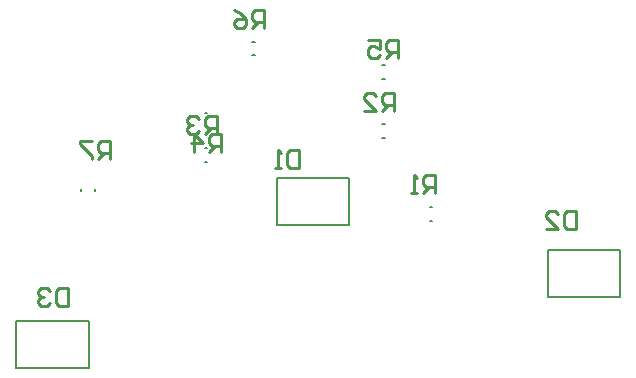
<source format=gbo>
G04*
G04 #@! TF.GenerationSoftware,Altium Limited,CircuitMaker,2.3.0 (2.3.0.3)*
G04*
G04 Layer_Color=13813960*
%FSLAX25Y25*%
%MOIN*%
G70*
G04*
G04 #@! TF.SameCoordinates,0492DEC5-DE9E-4361-A043-D8868978FAA7*
G04*
G04*
G04 #@! TF.FilePolarity,Positive*
G04*
G01*
G75*
%ADD11C,0.01000*%
%ADD12C,0.00787*%
D11*
X231600Y270400D02*
Y276398D01*
X228601D01*
X227601Y275398D01*
Y273399D01*
X228601Y272399D01*
X231600D01*
X229601D02*
X227601Y270400D01*
X225602Y276398D02*
X221603D01*
Y275398D01*
X225602Y271400D01*
Y270400D01*
X268778Y272591D02*
Y278590D01*
X265779D01*
X264779Y277590D01*
Y275591D01*
X265779Y274591D01*
X268778D01*
X266778D02*
X264779Y272591D01*
X259781D02*
Y278590D01*
X262780Y275591D01*
X258781D01*
X282900Y313900D02*
Y319898D01*
X279901D01*
X278901Y318898D01*
Y316899D01*
X279901Y315899D01*
X282900D01*
X280901D02*
X278901Y313900D01*
X272903Y319898D02*
X274903Y318898D01*
X276902Y316899D01*
Y314900D01*
X275902Y313900D01*
X273903D01*
X272903Y314900D01*
Y315899D01*
X273903Y316899D01*
X276902D01*
X327833Y304088D02*
Y310086D01*
X324834D01*
X323834Y309086D01*
Y307087D01*
X324834Y306087D01*
X327833D01*
X325834D02*
X323834Y304088D01*
X317836Y310086D02*
X321835D01*
Y307087D01*
X319836Y308086D01*
X318836D01*
X317836Y307087D01*
Y305087D01*
X318836Y304088D01*
X320835D01*
X321835Y305087D01*
X267200Y278500D02*
Y284498D01*
X264201D01*
X263201Y283498D01*
Y281499D01*
X264201Y280499D01*
X267200D01*
X265201D02*
X263201Y278500D01*
X261202Y283498D02*
X260202Y284498D01*
X258203D01*
X257203Y283498D01*
Y282499D01*
X258203Y281499D01*
X259203D01*
X258203D01*
X257203Y280499D01*
Y279500D01*
X258203Y278500D01*
X260202D01*
X261202Y279500D01*
X326300Y286400D02*
Y292398D01*
X323301D01*
X322301Y291398D01*
Y289399D01*
X323301Y288399D01*
X326300D01*
X324301D02*
X322301Y286400D01*
X316303D02*
X320302D01*
X316303Y290399D01*
Y291398D01*
X317303Y292398D01*
X319302D01*
X320302Y291398D01*
X340000Y258800D02*
Y264798D01*
X337001D01*
X336001Y263798D01*
Y261799D01*
X337001Y260799D01*
X340000D01*
X338001D02*
X336001Y258800D01*
X334002D02*
X332003D01*
X333002D01*
Y264798D01*
X334002Y263798D01*
X217597Y227409D02*
Y221410D01*
X214598D01*
X213598Y222410D01*
Y226409D01*
X214598Y227409D01*
X217597D01*
X211599Y226409D02*
X210599Y227409D01*
X208600D01*
X207600Y226409D01*
Y225409D01*
X208600Y224410D01*
X209599D01*
X208600D01*
X207600Y223410D01*
Y222410D01*
X208600Y221410D01*
X210599D01*
X211599Y222410D01*
X387000Y252798D02*
Y246800D01*
X384001D01*
X383001Y247800D01*
Y251798D01*
X384001Y252798D01*
X387000D01*
X377003Y246800D02*
X381002D01*
X377003Y250799D01*
Y251798D01*
X378003Y252798D01*
X380002D01*
X381002Y251798D01*
X294600Y273298D02*
Y267300D01*
X291601D01*
X290601Y268300D01*
Y272298D01*
X291601Y273298D01*
X294600D01*
X288602Y267300D02*
X286603D01*
X287602D01*
Y273298D01*
X288602Y272298D01*
D12*
X222146Y259449D02*
Y260236D01*
X226673Y259449D02*
Y260236D01*
X263386Y269390D02*
X264173D01*
X263386Y273917D02*
X264173D01*
X263386Y285728D02*
X264173D01*
X263386Y281201D02*
X264173D01*
X322441Y277264D02*
X323228D01*
X322441Y281791D02*
X323228D01*
X279134Y304823D02*
X279921D01*
X279134Y309350D02*
X279921D01*
X322441Y301476D02*
X323228D01*
X322441Y296949D02*
X323228D01*
X200460Y200661D02*
Y216161D01*
X224582D01*
Y211312D02*
Y216161D01*
X200460Y200661D02*
X224582D01*
Y211312D01*
X401747Y224284D02*
Y234934D01*
X377626Y224284D02*
X401747D01*
Y234934D02*
Y239784D01*
X377626D02*
X401747D01*
X377626Y224284D02*
Y239784D01*
X338189Y254232D02*
X338976D01*
X338189Y249705D02*
X338976D01*
X287229Y253255D02*
Y263906D01*
X311351D01*
X287229Y248406D02*
Y253255D01*
Y248406D02*
X311351D01*
Y263906D01*
M02*

</source>
